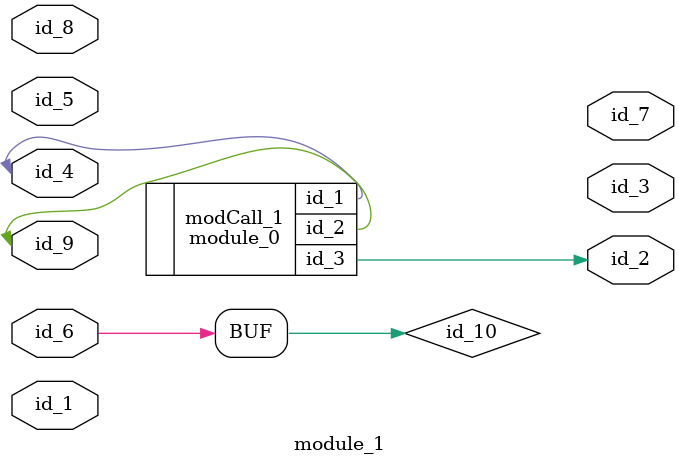
<source format=v>
module module_0 (
    id_1,
    id_2,
    id_3
);
  output wire id_3;
  inout wire id_2;
  output wire id_1;
  wire id_4;
endmodule
module module_1 (
    id_1,
    id_2,
    id_3,
    id_4,
    id_5,
    id_6,
    id_7,
    id_8,
    id_9
);
  inout wire id_9;
  input wire id_8;
  output wire id_7;
  input wire id_6;
  inout wire id_5;
  inout wire id_4;
  output wire id_3;
  output wire id_2;
  inout wire id_1;
  module_0 modCall_1 (
      id_4,
      id_9,
      id_2
  );
  wire id_10 = id_6;
endmodule

</source>
